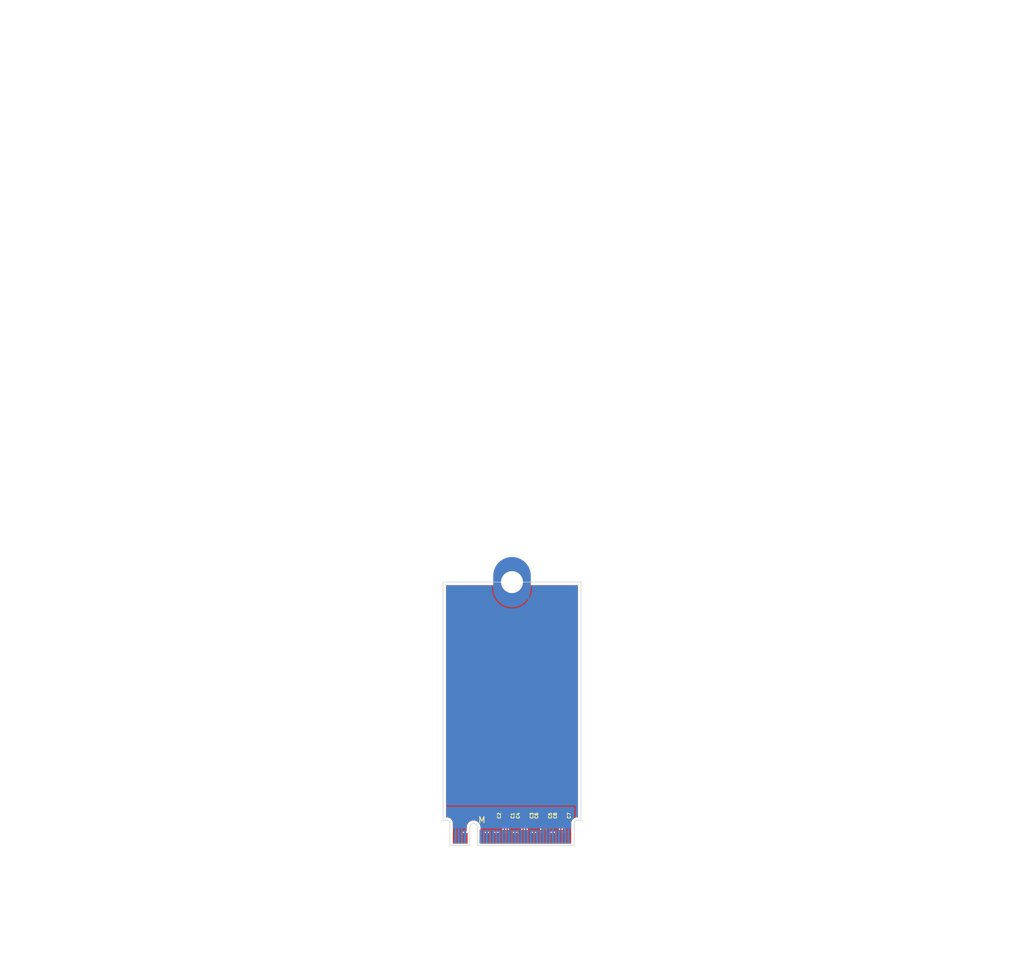
<source format=kicad_pcb>
(kicad_pcb (version 20241229) (generator "pcbnew") (generator_version "9.0")
  (layers (0 "F.Cu" signal) (2 "B.Cu" signal) (13 "F.Paste" user) (15 "B.Paste" user) (5 "F.SilkS" user "F.Silkscreen") (7 "B.SilkS" user "B.Silkscreen") (1 "F.Mask" user) (3 "B.Mask" user) (25 "Edge.Cuts" user))
  (net 0 "")
  (net 1 "/M.2 M Key/PET1P")
  (net 2 "/M.2 M Key/PET1N")
  (net 3 "/M.2 M Key/PET0P")
  (net 4 "/M.2 M Key/PET0N")
  (net 5 "/M.2 M Key/PET2N")
  (net 6 "/M.2 M Key/PET3N")
  (net 7 "/M.2 M Key/PET3P")
  (net 8 "/M.2 M Key/PET2P")
  (net 9 "/PET2+")
  (net 10 "/PET3+")
  (net 11 "/PET0-")
  (net 12 "/PET1-")
  (net 13 "/PET1+")
  (net 14 "/PET2-")
  (net 15 "/PET0+")
  (net 16 "/PET3-")
  (net 17 "GND")
  (net 18 "+3.3V")
  (net 21 "/LED1#")
  (net 22 "/PER3-")
  (net 23 "/PER3+")
  (net 26 "/PER2-")
  (net 28 "/PER2+")
  (net 34 "/PER1-")
  (net 36 "/PER1+")
  (net 37 "/DEVSLP")
  (net 42 "/PER0-")
  (net 44 "/PER0+")
  (net 45 "/PERST#")
  (net 46 "/CLKREQ#")
  (net 47 "/REFCLK-")
  (net 48 "/PEWAKE#")
  (net 49 "/REFCLK+")
  (net 53 "/SUSCLK")
  (net 54 "/PEDET")
  (footprint "Capacitor_SMD:C_0201_0603Metric" (layer "F.Cu") (at 107.795 153.315 90)
    (property "Reference" "C1" (at 0 0.765 90) (layer "F.SilkS") (effects (font (size 0.5 0.5))))
    (property "Value" "220nF")
    (pad "1" smd roundrect (at -0.32 0 90) (size 0.46 0.4) (layers "F.Cu" "F.Mask") (net 4 "/M.2 M Key/PET0N"))
    (pad "2" smd roundrect (at 0.32 0 90) (size 0.46 0.4) (layers "F.Cu" "F.Mask") (net 11 "/PET0-"))
  )
  (footprint "Capacitor_SMD:C_0201_0603Metric" (layer "F.Cu") (at 116.095 153.315 90)
    (property "Reference" "C8" (at 0 -0.75 90) (layer "F.SilkS") (effects (font (size 0.5 0.5))))
    (property "Value" "220nF")
    (pad "1" smd roundrect (at -0.32 0 90) (size 0.46 0.4) (layers "F.Cu" "F.Mask") (net 7 "/M.2 M Key/PET3P"))
    (pad "2" smd roundrect (at 0.32 0 90) (size 0.46 0.4) (layers "F.Cu" "F.Mask") (net 10 "/PET3+"))
  )
  (footprint "PCIexpress:M.2 M Key Connector" (layer "F.Cu") (at 108.445 156.965)
    (property "Reference" "J1")
    (property "Value" "~")
    (fp_line (start -11 -2.89) (end -10.425 -2.89) (stroke (width 0.1)) (layer "Edge.Cuts"))
    (fp_line (start -9.925 -2.39) (end -9.925 1.11) (stroke (width 0.1)) (layer "Edge.Cuts"))
    (fp_line (start -6.725 -1.79) (end -6.725 1.11) (stroke (width 0.1)) (layer "Edge.Cuts"))
    (fp_line (start -6.725 1.11) (end -9.925 1.11) (stroke (width 0.1)) (layer "Edge.Cuts"))
    (fp_line (start -5.525 -1.79) (end -5.525 1.11) (stroke (width 0.1)) (layer "Edge.Cuts"))
    (fp_line (start -5.525 1.11) (end 9.925 1.11) (stroke (width 0.1)) (layer "Edge.Cuts"))
    (fp_line (start 9.925 -2.39) (end 9.925 1.11) (stroke (width 0.1)) (layer "Edge.Cuts"))
    (fp_line (start 10.425 -2.89) (end 11 -2.89) (stroke (width 0.1)) (layer "Edge.Cuts"))
    (fp_arc (start -10.425 -2.89) (mid -10.071447 -2.743553) (end -9.925 -2.39) (stroke (width 0.1)) (layer "Edge.Cuts"))
    (fp_arc (start -6.725 -1.79) (mid -6.125 -2.39) (end -5.525 -1.79) (stroke (width 0.1)) (layer "Edge.Cuts"))
    (fp_arc (start 9.925 -2.39) (mid 10.071447 -2.743553) (end 10.425 -2.89) (stroke (width 0.1)) (layer "Edge.Cuts"))
    (fp_text user "M" (at -5.475 -2.375 0) (layer "F.SilkS") (effects (justify left bottom)))
    (pad "1" smd rect (at 9.25 -0.04 180) (size 0.35 1.7) (layers "F.Cu") (net 17 "GND"))
    (pad "2" smd rect (at 9 -0.29 180) (size 0.35 2.2) (layers "B.Cu") (net 18 "+3.3V"))
    (pad "3" smd rect (at 8.75 -0.04 180) (size 0.35 1.7) (layers "F.Cu") (net 17 "GND"))
    (pad "4" smd rect (at 8.5 -0.29 180) (size 0.35 2.2) (layers "B.Cu") (net 18 "+3.3V"))
    (pad "5" smd rect (at 8.25 -0.04 180) (size 0.35 1.7) (layers "F.Cu") (net 6 "/M.2 M Key/PET3N"))
    (pad "6" smd rect (at 8 -0.29 180) (size 0.35 2.2) (layers "B.Cu"))
    (pad "7" smd rect (at 7.75 -0.04 180) (size 0.35 1.7) (layers "F.Cu") (net 7 "/M.2 M Key/PET3P"))
    (pad "8" smd rect (at 7.5 -0.29 180) (size 0.35 2.2) (layers "B.Cu"))
    (pad "9" smd rect (at 7.25 -0.04 180) (size 0.35 1.7) (layers "F.Cu") (net 17 "GND"))
    (pad "10" smd rect (at 7 -0.29 180) (size 0.35 2.2) (layers "B.Cu") (net 21 "/LED1#"))
    (pad "11" smd rect (at 6.75 -0.04 180) (size 0.35 1.7) (layers "F.Cu") (net 22 "/PER3-"))
    (pad "12" smd rect (at 6.5 -0.29 180) (size 0.35 2.2) (layers "B.Cu") (net 18 "+3.3V"))
    (pad "13" smd rect (at 6.25 -0.04 180) (size 0.35 1.7) (layers "F.Cu") (net 23 "/PER3+"))
    (pad "14" smd rect (at 6 -0.29 180) (size 0.35 2.2) (layers "B.Cu") (net 18 "+3.3V"))
    (pad "15" smd rect (at 5.75 -0.04 180) (size 0.35 1.7) (layers "F.Cu") (net 17 "GND"))
    (pad "16" smd rect (at 5.5 -0.29 180) (size 0.35 2.2) (layers "B.Cu") (net 18 "+3.3V"))
    (pad "17" smd rect (at 5.25 -0.04 180) (size 0.35 1.7) (layers "F.Cu") (net 5 "/M.2 M Key/PET2N"))
    (pad "18" smd rect (at 5 -0.29 180) (size 0.35 2.2) (layers "B.Cu") (net 18 "+3.3V"))
    (pad "19" smd rect (at 4.75 -0.04 180) (size 0.35 1.7) (layers "F.Cu") (net 8 "/M.2 M Key/PET2P"))
    (pad "20" smd rect (at 4.5 -0.29 180) (size 0.35 2.2) (layers "B.Cu"))
    (pad "21" smd rect (at 4.25 -0.04 180) (size 0.35 1.7) (layers "F.Cu") (net 17 "GND"))
    (pad "22" smd rect (at 4 -0.29 180) (size 0.35 2.2) (layers "B.Cu"))
    (pad "23" smd rect (at 3.75 -0.04 180) (size 0.35 1.7) (layers "F.Cu") (net 26 "/PER2-"))
    (pad "24" smd rect (at 3.5 -0.29 180) (size 0.35 2.2) (layers "B.Cu"))
    (pad "25" smd rect (at 3.25 -0.04 180) (size 0.35 1.7) (layers "F.Cu") (net 28 "/PER2+"))
    (pad "26" smd rect (at 3 -0.29 180) (size 0.35 2.2) (layers "B.Cu"))
    (pad "27" smd rect (at 2.75 -0.04 180) (size 0.35 1.7) (layers "F.Cu") (net 17 "GND"))
    (pad "28" smd rect (at 2.5 -0.29 180) (size 0.35 2.2) (layers "B.Cu"))
    (pad "29" smd rect (at 2.25 -0.04 180) (size 0.35 1.7) (layers "F.Cu") (net 2 "/M.2 M Key/PET1N"))
    (pad "30" smd rect (at 2 -0.29 180) (size 0.35 2.2) (layers "B.Cu"))
    (pad "31" smd rect (at 1.75 -0.04 180) (size 0.35 1.7) (layers "F.Cu") (net 1 "/M.2 M Key/PET1P"))
    (pad "32" smd rect (at 1.5 -0.29 180) (size 0.35 2.2) (layers "B.Cu"))
    (pad "33" smd rect (at 1.25 -0.04 180) (size 0.35 1.7) (layers "F.Cu") (net 17 "GND"))
    (pad "34" smd rect (at 1 -0.29 180) (size 0.35 2.2) (layers "B.Cu"))
    (pad "35" smd rect (at 0.75 -0.04 180) (size 0.35 1.7) (layers "F.Cu") (net 34 "/PER1-"))
    (pad "36" smd rect (at 0.5 -0.29 180) (size 0.35 2.2) (layers "B.Cu"))
    (pad "37" smd rect (at 0.25 -0.04 180) (size 0.35 1.7) (layers "F.Cu") (net 36 "/PER1+"))
    (pad "38" smd rect (at 0 -0.29 180) (size 0.35 2.2) (layers "B.Cu") (net 37 "/DEVSLP"))
    (pad "39" smd rect (at -0.25 -0.04 180) (size 0.35 1.7) (layers "F.Cu") (net 17 "GND"))
    (pad "40" smd rect (at -0.5 -0.29 180) (size 0.35 2.2) (layers "B.Cu"))
    (pad "41" smd rect (at -0.75 -0.04 180) (size 0.35 1.7) (layers "F.Cu") (net 4 "/M.2 M Key/PET0N"))
    (pad "42" smd rect (at -1 -0.29 180) (size 0.35 2.2) (layers "B.Cu"))
    (pad "43" smd rect (at -1.25 -0.04 180) (size 0.35 1.7) (layers "F.Cu") (net 3 "/M.2 M Key/PET0P"))
    (pad "44" smd rect (at -1.5 -0.29 180) (size 0.35 2.2) (layers "B.Cu"))
    (pad "45" smd rect (at -1.75 -0.04 180) (size 0.35 1.7) (layers "F.Cu") (net 17 "GND"))
    (pad "46" smd rect (at -2 -0.29 180) (size 0.35 2.2) (layers "B.Cu"))
    (pad "47" smd rect (at -2.25 -0.04 180) (size 0.35 1.7) (layers "F.Cu") (net 42 "/PER0-"))
    (pad "48" smd rect (at -2.5 -0.29 180) (size 0.35 2.2) (layers "B.Cu"))
    (pad "49" smd rect (at -2.75 -0.04 180) (size 0.35 1.7) (layers "F.Cu") (net 44 "/PER0+"))
    (pad "50" smd rect (at -3 -0.29 180) (size 0.35 2.2) (layers "B.Cu") (net 45 "/PERST#"))
    (pad "51" smd rect (at -3.25 -0.04 180) (size 0.35 1.7) (layers "F.Cu") (net 17 "GND"))
    (pad "52" smd rect (at -3.5 -0.29 180) (size 0.35 2.2) (layers "B.Cu") (net 46 "/CLKREQ#"))
    (pad "53" smd rect (at -3.75 -0.04 180) (size 0.35 1.7) (layers "F.Cu") (net 47 "/REFCLK-"))
    (pad "54" smd rect (at -4 -0.29 180) (size 0.35 2.2) (layers "B.Cu") (net 48 "/PEWAKE#"))
    (pad "55" smd rect (at -4.25 -0.04 180) (size 0.35 1.7) (layers "F.Cu") (net 49 "/REFCLK+"))
    (pad "56" smd rect (at -4.5 -0.29 180) (size 0.35 2.2) (layers "B.Cu"))
    (pad "57" smd rect (at -4.75 -0.04 180) (size 0.35 1.7) (layers "F.Cu") (net 17 "GND"))
    (pad "58" smd rect (at -5 -0.29 180) (size 0.35 2.2) (layers "B.Cu"))
    (pad "67" smd rect (at -7.25 -0.04 180) (size 0.35 1.7) (layers "F.Cu"))
    (pad "68" smd rect (at -7.5 -0.29 180) (size 0.35 2.2) (layers "B.Cu") (net 53 "/SUSCLK"))
    (pad "69" smd rect (at -7.75 -0.04 180) (size 0.35 1.7) (layers "F.Cu") (net 54 "/PEDET"))
    (pad "70" smd rect (at -8 -0.29 180) (size 0.35 2.2) (layers "B.Cu") (net 18 "+3.3V"))
    (pad "71" smd rect (at -8.25 -0.04 180) (size 0.35 1.7) (layers "F.Cu") (net 17 "GND"))
    (pad "72" smd rect (at -8.5 -0.29 180) (size 0.35 2.2) (layers "B.Cu") (net 18 "+3.3V"))
    (pad "73" smd rect (at -8.75 -0.04 180) (size 0.35 1.7) (layers "F.Cu") (net 17 "GND"))
    (pad "74" smd rect (at -9 -0.29 180) (size 0.35 2.2) (layers "B.Cu") (net 18 "+3.3V"))
    (pad "75" smd rect (at -9.25 -0.04 180) (size 0.35 1.7) (layers "F.Cu") (net 17 "GND"))
  )
  (footprint "Capacitor_SMD:C_0201_0603Metric" (layer "F.Cu") (at 113.095 153.315 90)
    (property "Reference" "C6" (at 0 -0.755 90) (layer "F.SilkS") (effects (font (size 0.5 0.5))))
    (property "Value" "220nF")
    (pad "1" smd roundrect (at -0.32 0 90) (size 0.46 0.4) (layers "F.Cu" "F.Mask") (net 8 "/M.2 M Key/PET2P"))
    (pad "2" smd roundrect (at 0.32 0 90) (size 0.46 0.4) (layers "F.Cu" "F.Mask") (net 9 "/PET2+"))
  )
  (footprint "Capacitor_SMD:C_0201_0603Metric" (layer "F.Cu") (at 113.795 153.315 90)
    (property "Reference" "C5" (at 0 0.74 90) (layer "F.SilkS") (effects (font (size 0.5 0.5))))
    (property "Value" "220nF")
    (pad "1" smd roundrect (at -0.32 0 90) (size 0.46 0.4) (layers "F.Cu" "F.Mask") (net 5 "/M.2 M Key/PET2N"))
    (pad "2" smd roundrect (at 0.32 0 90) (size 0.46 0.4) (layers "F.Cu" "F.Mask") (net 14 "/PET2-"))
  )
  (footprint "Capacitor_SMD:C_0201_0603Metric" (layer "F.Cu") (at 110.095 153.315 90)
    (property "Reference" "C4" (at 0 -0.675 90) (layer "F.SilkS") (effects (font (size 0.5 0.5))))
    (property "Value" "220nF")
    (pad "1" smd roundrect (at -0.32 0 90) (size 0.46 0.4) (layers "F.Cu" "F.Mask") (net 1 "/M.2 M Key/PET1P"))
    (pad "2" smd roundrect (at 0.32 0 90) (size 0.46 0.4) (layers "F.Cu" "F.Mask") (net 13 "/PET1+"))
  )
  (footprint "Capacitor_SMD:C_0201_0603Metric" (layer "F.Cu") (at 107.095 153.315 90)
    (property "Reference" "C2" (at 0 -0.705 90) (layer "F.SilkS") (effects (font (size 0.5 0.5))))
    (property "Value" "220nF")
    (pad "1" smd roundrect (at -0.32 0 90) (size 0.46 0.4) (layers "F.Cu" "F.Mask") (net 3 "/M.2 M Key/PET0P"))
    (pad "2" smd roundrect (at 0.32 0 90) (size 0.46 0.4) (layers "F.Cu" "F.Mask") (net 15 "/PET0+"))
  )
  (footprint "Capacitor_SMD:C_0201_0603Metric" (layer "F.Cu") (at 110.795 153.315 90)
    (property "Reference" "C3" (at 0 0.795 90) (layer "F.SilkS") (effects (font (size 0.5 0.5))))
    (property "Value" "220nF")
    (pad "1" smd roundrect (at -0.32 0 90) (size 0.46 0.4) (layers "F.Cu" "F.Mask") (net 2 "/M.2 M Key/PET1N"))
    (pad "2" smd roundrect (at 0.32 0 90) (size 0.46 0.4) (layers "F.Cu" "F.Mask") (net 12 "/PET1-"))
  )
  (footprint "Capacitor_SMD:C_0201_0603Metric" (layer "F.Cu") (at 116.795 153.315 90)
    (property "Reference" "C7" (at 0.005 0.735 90) (layer "F.SilkS") (effects (font (size 0.5 0.5))))
    (property "Value" "220nF")
    (pad "1" smd roundrect (at -0.32 0 90) (size 0.46 0.4) (layers "F.Cu" "F.Mask") (net 6 "/M.2 M Key/PET3N"))
    (pad "2" smd roundrect (at 0.32 0 90) (size 0.46 0.4) (layers "F.Cu" "F.Mask") (net 16 "/PET3-"))
  )
  (footprint "PCIexpress:M.2 Mounting Pad" (layer "F.Cu") (at 108.445 116.075)
    (property "Reference" "H1")
    (property "Value" "MountingHole_Pad")
    (pad "1" thru_hole circle (at 0 0) (size 5.5 5.5) (drill 3.5) (property pad_prop_castellated) (layers "*.Cu" "*.Mask") (net 17 "GND") (padstack (mode front_inner_back) (layer "Inner" (shape circle) (size 5.5 5.5)) (layer "B.Cu" (shape oval) (size 6 8))))
  )
  (gr_line (start 119.445 154.075) (end 119.445 116.075) (stroke (width 0.1)) (layer "Edge.Cuts"))
  (gr_line (start 119.445 116.075) (end 97.445 116.075) (stroke (width 0.1)) (layer "Edge.Cuts"))
  (gr_line (start 97.445 116.075) (end 97.445 154.075) (stroke (width 0.1)) (layer "Edge.Cuts"))
  (segment (start 110.095 153.980001) (end 110.095 153.635) (width 0.2) (layer "F.Cu") (net 1))
  (segment (start 110.195 156.925) (end 110.195 155.649999) (width 0.2) (layer "F.Cu") (net 1))
  (segment (start 110.22 154.105001) (end 110.095 153.980001) (width 0.2) (layer "F.Cu") (net 1))
  (segment (start 110.195 155.649999) (end 110.22 155.624999) (width 0.2) (layer "F.Cu") (net 1))
  (segment (start 110.22 155.624999) (end 110.22 154.105001) (width 0.2) (layer "F.Cu") (net 1))
  (segment (start 110.695 155.649999) (end 110.67 155.624999) (width 0.2) (layer "F.Cu") (net 2))
  (segment (start 110.695 156.925) (end 110.695 155.649999) (width 0.2) (layer "F.Cu") (net 2))
  (segment (start 110.795 153.980001) (end 110.795 153.635) (width 0.2) (layer "F.Cu") (net 2))
  (segment (start 110.67 154.105001) (end 110.795 153.980001) (width 0.2) (layer "F.Cu") (net 2))
  (segment (start 110.67 155.624999) (end 110.67 154.105001) (width 0.2) (layer "F.Cu") (net 2))
  (segment (start 107.195 155.649999) (end 107.22 155.624999) (width 0.2) (layer "F.Cu") (net 3))
  (segment (start 107.095 153.980001) (end 107.095 153.635) (width 0.2) (layer "F.Cu") (net 3))
  (segment (start 107.22 155.624999) (end 107.22 154.105001) (width 0.2) (layer "F.Cu") (net 3))
  (segment (start 107.22 154.105001) (end 107.095 153.980001) (width 0.2) (layer "F.Cu") (net 3))
  (segment (start 107.195 156.925) (end 107.195 155.649999) (width 0.2) (layer "F.Cu") (net 3))
  (segment (start 107.67 154.105001) (end 107.795 153.980001) (width 0.2) (layer "F.Cu") (net 4))
  (segment (start 107.695 155.649999) (end 107.67 155.624999) (width 0.2) (layer "F.Cu") (net 4))
  (segment (start 107.67 155.624999) (end 107.67 154.105001) (width 0.2) (layer "F.Cu") (net 4))
  (segment (start 107.795 153.980001) (end 107.795 153.635) (width 0.2) (layer "F.Cu") (net 4))
  (segment (start 107.695 156.925) (end 107.695 155.649999) (width 0.2) (layer "F.Cu") (net 4))
  (segment (start 113.695 156.925) (end 113.695 155.649999) (width 0.2) (layer "F.Cu") (net 5))
  (segment (start 113.695 155.649999) (end 113.67 155.624999) (width 0.2) (layer "F.Cu") (net 5))
  (segment (start 113.795 153.980001) (end 113.795 153.635) (width 0.2) (layer "F.Cu") (net 5))
  (segment (start 113.67 155.624999) (end 113.67 154.105001) (width 0.2) (layer "F.Cu") (net 5))
  (segment (start 113.67 154.105001) (end 113.795 153.980001) (width 0.2) (layer "F.Cu") (net 5))
  (segment (start 116.67 155.624999) (end 116.67 154.105001) (width 0.2) (layer "F.Cu") (net 6))
  (segment (start 116.67 154.105001) (end 116.795 153.980001) (width 0.2) (layer "F.Cu") (net 6))
  (segment (start 116.695 156.925) (end 116.695 155.649999) (width 0.2) (layer "F.Cu") (net 6))
  (segment (start 116.795 153.980001) (end 116.795 153.635) (width 0.2) (layer "F.Cu") (net 6))
  (segment (start 116.695 155.649999) (end 116.67 155.624999) (width 0.2) (layer "F.Cu") (net 6))
  (segment (start 116.195 156.925) (end 116.195 155.649999) (width 0.2) (layer "F.Cu") (net 7))
  (segment (start 116.22 154.105001) (end 116.095 153.980001) (width 0.2) (layer "F.Cu") (net 7))
  (segment (start 116.22 155.624999) (end 116.22 154.105001) (width 0.2) (layer "F.Cu") (net 7))
  (segment (start 116.195 155.649999) (end 116.22 155.624999) (width 0.2) (layer "F.Cu") (net 7))
  (segment (start 116.095 153.980001) (end 116.095 153.635) (width 0.2) (layer "F.Cu") (net 7))
  (segment (start 113.22 154.105001) (end 113.095 153.980001) (width 0.2) (layer "F.Cu") (net 8))
  (segment (start 113.195 156.925) (end 113.195 155.649999) (width 0.2) (layer "F.Cu") (net 8))
  (segment (start 113.095 153.980001) (end 113.095 153.635) (width 0.2) (layer "F.Cu") (net 8))
  (segment (start 113.195 155.649999) (end 113.22 155.624999) (width 0.2) (layer "F.Cu") (net 8))
  (segment (start 113.22 155.624999) (end 113.22 154.105001) (width 0.2) (layer "F.Cu") (net 8))
  (zone (net 17) (net_name "GND") (layers "F.Cu" "B.Cu") (connect_pads (clearance 0.2)) (min_thickness 0.15) (fill yes (thermal_gap 0.2) (thermal_bridge_width 0.35))
    (polygon (pts (xy 93.445 156.485) (xy 93.445 115.855) (xy 123.445 115.855) (xy 123.445 156.405)))
  )
  (zone (net 18) (net_name "+3.3V") (layer "B.Cu") (priority 1) (connect_pads (clearance 0.2)) (min_thickness 0.1) (fill yes (thermal_gap 0.2) (thermal_bridge_width 0.25))
    (polygon (pts (xy 118.37 156.27) (xy 118.37 151.905) (xy 118.355 151.89) (xy 97.9 151.89) (xy 97.9 156.52) (xy 118.12 156.52)))
  )
)
</source>
